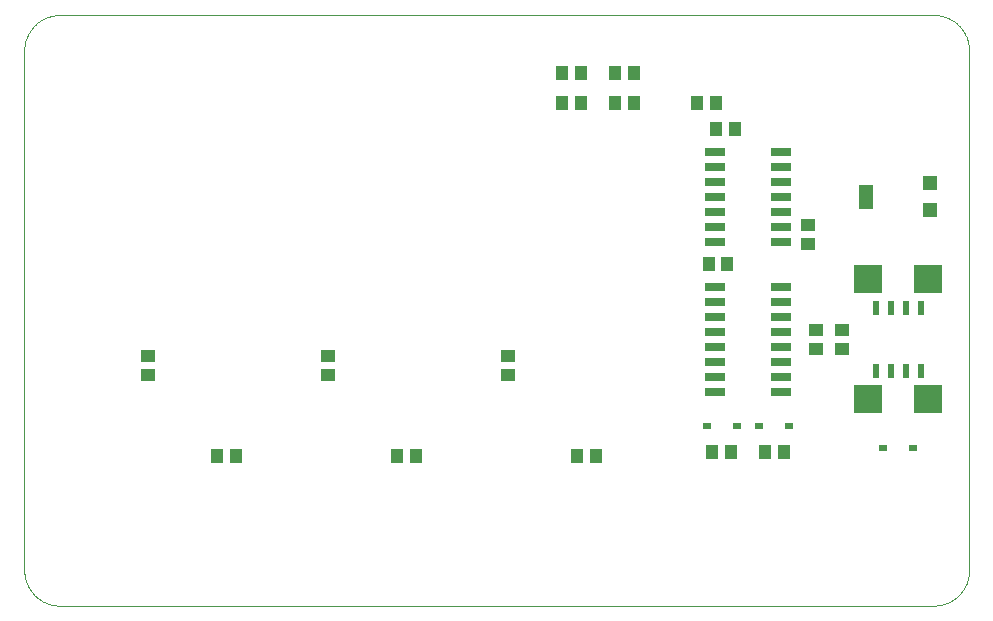
<source format=gtp>
G75*
%MOIN*%
%OFA0B0*%
%FSLAX25Y25*%
%IPPOS*%
%LPD*%
%AMOC8*
5,1,8,0,0,1.08239X$1,22.5*
%
%ADD10C,0.00394*%
%ADD11R,0.09449X0.09449*%
%ADD12R,0.04331X0.05118*%
%ADD13R,0.05118X0.04331*%
%ADD14R,0.03150X0.02362*%
%ADD15R,0.02362X0.05118*%
%ADD16R,0.05118X0.05118*%
%ADD17R,0.05118X0.07874*%
%ADD18R,0.06890X0.02756*%
D10*
X0040154Y0032555D02*
X0331493Y0032555D01*
X0331778Y0032558D01*
X0332064Y0032569D01*
X0332349Y0032586D01*
X0332633Y0032610D01*
X0332917Y0032641D01*
X0333200Y0032679D01*
X0333481Y0032724D01*
X0333762Y0032775D01*
X0334042Y0032833D01*
X0334320Y0032898D01*
X0334596Y0032970D01*
X0334870Y0033048D01*
X0335143Y0033133D01*
X0335413Y0033225D01*
X0335681Y0033323D01*
X0335947Y0033427D01*
X0336210Y0033538D01*
X0336470Y0033655D01*
X0336728Y0033778D01*
X0336982Y0033908D01*
X0337233Y0034044D01*
X0337481Y0034185D01*
X0337725Y0034333D01*
X0337966Y0034486D01*
X0338202Y0034646D01*
X0338435Y0034811D01*
X0338664Y0034981D01*
X0338889Y0035157D01*
X0339109Y0035339D01*
X0339325Y0035525D01*
X0339536Y0035717D01*
X0339743Y0035914D01*
X0339945Y0036116D01*
X0340142Y0036323D01*
X0340334Y0036534D01*
X0340520Y0036750D01*
X0340702Y0036970D01*
X0340878Y0037195D01*
X0341048Y0037424D01*
X0341213Y0037657D01*
X0341373Y0037893D01*
X0341526Y0038134D01*
X0341674Y0038378D01*
X0341815Y0038626D01*
X0341951Y0038877D01*
X0342081Y0039131D01*
X0342204Y0039389D01*
X0342321Y0039649D01*
X0342432Y0039912D01*
X0342536Y0040178D01*
X0342634Y0040446D01*
X0342726Y0040716D01*
X0342811Y0040989D01*
X0342889Y0041263D01*
X0342961Y0041539D01*
X0343026Y0041817D01*
X0343084Y0042097D01*
X0343135Y0042378D01*
X0343180Y0042659D01*
X0343218Y0042942D01*
X0343249Y0043226D01*
X0343273Y0043510D01*
X0343290Y0043795D01*
X0343301Y0044081D01*
X0343304Y0044366D01*
X0343304Y0217594D01*
X0343301Y0217879D01*
X0343290Y0218165D01*
X0343273Y0218450D01*
X0343249Y0218734D01*
X0343218Y0219018D01*
X0343180Y0219301D01*
X0343135Y0219582D01*
X0343084Y0219863D01*
X0343026Y0220143D01*
X0342961Y0220421D01*
X0342889Y0220697D01*
X0342811Y0220971D01*
X0342726Y0221244D01*
X0342634Y0221514D01*
X0342536Y0221782D01*
X0342432Y0222048D01*
X0342321Y0222311D01*
X0342204Y0222571D01*
X0342081Y0222829D01*
X0341951Y0223083D01*
X0341815Y0223334D01*
X0341674Y0223582D01*
X0341526Y0223826D01*
X0341373Y0224067D01*
X0341213Y0224303D01*
X0341048Y0224536D01*
X0340878Y0224765D01*
X0340702Y0224990D01*
X0340520Y0225210D01*
X0340334Y0225426D01*
X0340142Y0225637D01*
X0339945Y0225844D01*
X0339743Y0226046D01*
X0339536Y0226243D01*
X0339325Y0226435D01*
X0339109Y0226621D01*
X0338889Y0226803D01*
X0338664Y0226979D01*
X0338435Y0227149D01*
X0338202Y0227314D01*
X0337966Y0227474D01*
X0337725Y0227627D01*
X0337481Y0227775D01*
X0337233Y0227916D01*
X0336982Y0228052D01*
X0336728Y0228182D01*
X0336470Y0228305D01*
X0336210Y0228422D01*
X0335947Y0228533D01*
X0335681Y0228637D01*
X0335413Y0228735D01*
X0335143Y0228827D01*
X0334870Y0228912D01*
X0334596Y0228990D01*
X0334320Y0229062D01*
X0334042Y0229127D01*
X0333762Y0229185D01*
X0333481Y0229236D01*
X0333200Y0229281D01*
X0332917Y0229319D01*
X0332633Y0229350D01*
X0332349Y0229374D01*
X0332064Y0229391D01*
X0331778Y0229402D01*
X0331493Y0229405D01*
X0040154Y0229405D01*
X0039869Y0229402D01*
X0039583Y0229391D01*
X0039298Y0229374D01*
X0039014Y0229350D01*
X0038730Y0229319D01*
X0038447Y0229281D01*
X0038166Y0229236D01*
X0037885Y0229185D01*
X0037605Y0229127D01*
X0037327Y0229062D01*
X0037051Y0228990D01*
X0036777Y0228912D01*
X0036504Y0228827D01*
X0036234Y0228735D01*
X0035966Y0228637D01*
X0035700Y0228533D01*
X0035437Y0228422D01*
X0035177Y0228305D01*
X0034919Y0228182D01*
X0034665Y0228052D01*
X0034414Y0227916D01*
X0034166Y0227775D01*
X0033922Y0227627D01*
X0033681Y0227474D01*
X0033445Y0227314D01*
X0033212Y0227149D01*
X0032983Y0226979D01*
X0032758Y0226803D01*
X0032538Y0226621D01*
X0032322Y0226435D01*
X0032111Y0226243D01*
X0031904Y0226046D01*
X0031702Y0225844D01*
X0031505Y0225637D01*
X0031313Y0225426D01*
X0031127Y0225210D01*
X0030945Y0224990D01*
X0030769Y0224765D01*
X0030599Y0224536D01*
X0030434Y0224303D01*
X0030274Y0224067D01*
X0030121Y0223826D01*
X0029973Y0223582D01*
X0029832Y0223334D01*
X0029696Y0223083D01*
X0029566Y0222829D01*
X0029443Y0222571D01*
X0029326Y0222311D01*
X0029215Y0222048D01*
X0029111Y0221782D01*
X0029013Y0221514D01*
X0028921Y0221244D01*
X0028836Y0220971D01*
X0028758Y0220697D01*
X0028686Y0220421D01*
X0028621Y0220143D01*
X0028563Y0219863D01*
X0028512Y0219582D01*
X0028467Y0219301D01*
X0028429Y0219018D01*
X0028398Y0218734D01*
X0028374Y0218450D01*
X0028357Y0218165D01*
X0028346Y0217879D01*
X0028343Y0217594D01*
X0028343Y0044366D01*
X0028346Y0044081D01*
X0028357Y0043795D01*
X0028374Y0043510D01*
X0028398Y0043226D01*
X0028429Y0042942D01*
X0028467Y0042659D01*
X0028512Y0042378D01*
X0028563Y0042097D01*
X0028621Y0041817D01*
X0028686Y0041539D01*
X0028758Y0041263D01*
X0028836Y0040989D01*
X0028921Y0040716D01*
X0029013Y0040446D01*
X0029111Y0040178D01*
X0029215Y0039912D01*
X0029326Y0039649D01*
X0029443Y0039389D01*
X0029566Y0039131D01*
X0029696Y0038877D01*
X0029832Y0038626D01*
X0029973Y0038378D01*
X0030121Y0038134D01*
X0030274Y0037893D01*
X0030434Y0037657D01*
X0030599Y0037424D01*
X0030769Y0037195D01*
X0030945Y0036970D01*
X0031127Y0036750D01*
X0031313Y0036534D01*
X0031505Y0036323D01*
X0031702Y0036116D01*
X0031904Y0035914D01*
X0032111Y0035717D01*
X0032322Y0035525D01*
X0032538Y0035339D01*
X0032758Y0035157D01*
X0032983Y0034981D01*
X0033212Y0034811D01*
X0033445Y0034646D01*
X0033681Y0034486D01*
X0033922Y0034333D01*
X0034166Y0034185D01*
X0034414Y0034044D01*
X0034665Y0033908D01*
X0034919Y0033778D01*
X0035177Y0033655D01*
X0035437Y0033538D01*
X0035700Y0033427D01*
X0035966Y0033323D01*
X0036234Y0033225D01*
X0036504Y0033133D01*
X0036777Y0033048D01*
X0037051Y0032970D01*
X0037327Y0032898D01*
X0037605Y0032833D01*
X0037885Y0032775D01*
X0038166Y0032724D01*
X0038447Y0032679D01*
X0038730Y0032641D01*
X0039014Y0032610D01*
X0039298Y0032586D01*
X0039583Y0032569D01*
X0039869Y0032558D01*
X0040154Y0032555D01*
D11*
X0309751Y0101305D03*
X0329436Y0101305D03*
X0329436Y0141305D03*
X0309751Y0141305D03*
D12*
X0262743Y0146305D03*
X0256444Y0146305D03*
X0258944Y0191305D03*
X0265243Y0191305D03*
X0258993Y0200055D03*
X0252694Y0200055D03*
X0231493Y0200055D03*
X0225194Y0200055D03*
X0213993Y0200055D03*
X0207694Y0200055D03*
X0207694Y0210055D03*
X0213993Y0210055D03*
X0225194Y0210055D03*
X0231493Y0210055D03*
X0257694Y0083805D03*
X0263993Y0083805D03*
X0275194Y0083805D03*
X0281493Y0083805D03*
X0218993Y0082555D03*
X0212694Y0082555D03*
X0158993Y0082555D03*
X0152694Y0082555D03*
X0098993Y0082555D03*
X0092694Y0082555D03*
D13*
X0069593Y0109405D03*
X0069593Y0115705D03*
X0129593Y0115705D03*
X0129593Y0109405D03*
X0189593Y0109405D03*
X0189593Y0115705D03*
X0289593Y0153155D03*
X0289593Y0159455D03*
X0292093Y0124455D03*
X0292093Y0118155D03*
X0300843Y0118155D03*
X0300843Y0124455D03*
D14*
X0283264Y0092555D03*
X0273422Y0092555D03*
X0265764Y0092555D03*
X0255922Y0092555D03*
X0314672Y0085055D03*
X0324514Y0085055D03*
D15*
X0322093Y0110872D03*
X0317093Y0110872D03*
X0312093Y0110872D03*
X0327093Y0110872D03*
X0327093Y0131738D03*
X0322093Y0131738D03*
X0317093Y0131738D03*
X0312093Y0131738D03*
D16*
X0330420Y0164278D03*
X0330420Y0173333D03*
D17*
X0308766Y0168805D03*
D18*
X0280715Y0168805D03*
X0280715Y0163805D03*
X0280715Y0158805D03*
X0280715Y0153805D03*
X0280715Y0138805D03*
X0280715Y0133805D03*
X0280715Y0128805D03*
X0280715Y0123805D03*
X0280715Y0118805D03*
X0280715Y0113805D03*
X0280715Y0108805D03*
X0280715Y0103805D03*
X0258471Y0103805D03*
X0258471Y0108805D03*
X0258471Y0113805D03*
X0258471Y0118805D03*
X0258471Y0123805D03*
X0258471Y0128805D03*
X0258471Y0133805D03*
X0258471Y0138805D03*
X0258471Y0153805D03*
X0258471Y0158805D03*
X0258471Y0163805D03*
X0258471Y0168805D03*
X0258471Y0173805D03*
X0258471Y0178805D03*
X0258471Y0183805D03*
X0280715Y0183805D03*
X0280715Y0178805D03*
X0280715Y0173805D03*
M02*

</source>
